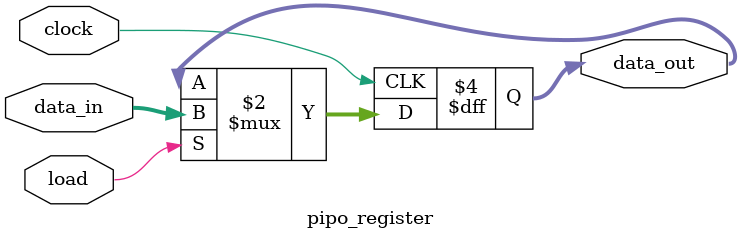
<source format=sv>
module pipo_register (
  input wire [3:0] data_in, // 4-bit input data
  input wire clock, // Clock input
  input wire load, // Load control input
  output reg [3:0] data_out // 4-bit output data
);

  always @(posedge clock) begin
    if (load) begin
      data_out <= data_in;
    end
  end

endmodule

</source>
